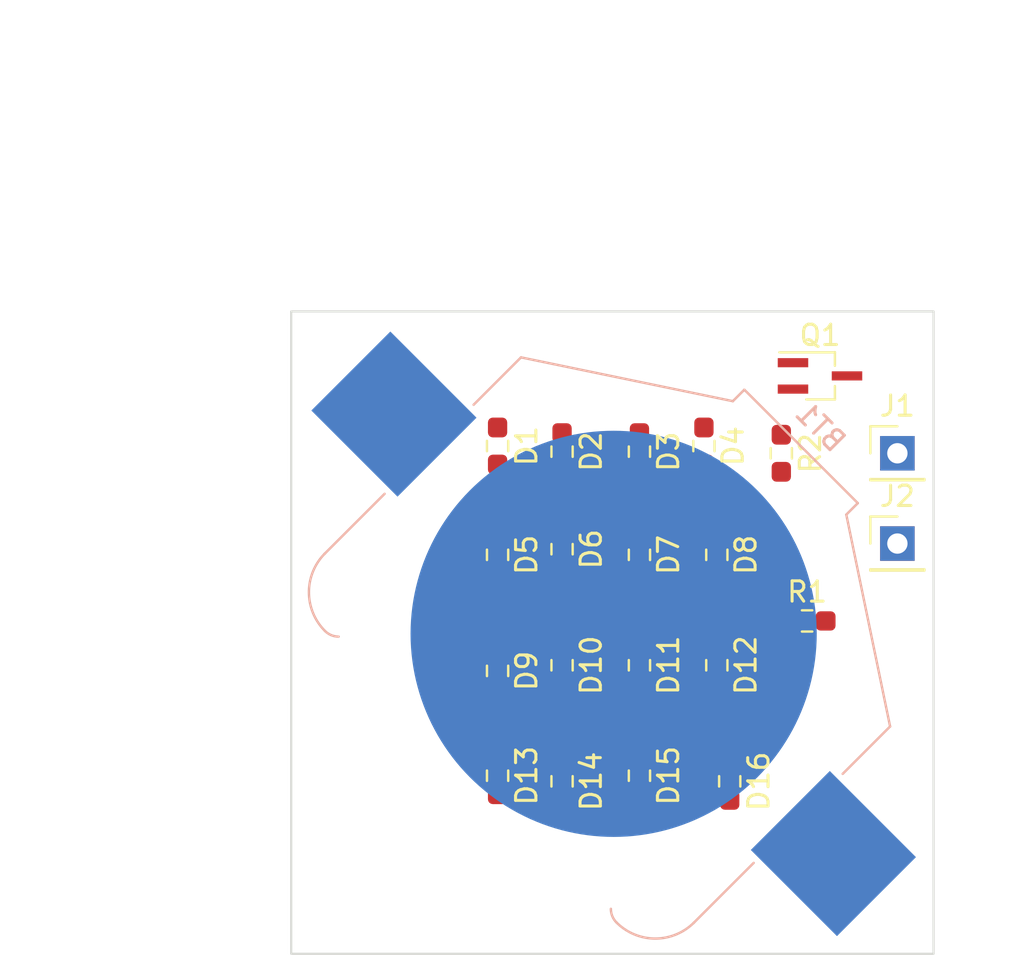
<source format=kicad_pcb>
(kicad_pcb (version 20221018) (generator pcbnew)
  (layers (0 "F.Cu" signal) (31 "B.Cu" signal) (34 "B.Paste" user) (35 "F.Paste" user) (36 "B.SilkS" user "B.Silkscreen") (37 "F.SilkS" user "F.Silkscreen") (38 "B.Mask" user) (39 "F.Mask" user) (44 "Edge.Cuts" user))
  (net 0 "")
  (net 1 "Net-(BT1-+)")
  (net 2 "Net-(BT1--)")
  (net 3 "GND")
  (net 4 "+1V5")
  (net 5 "Net-(J1-Pin_1)")
  (net 6 "Net-(Q1-G)")
  (footprint "Resistor_SMD:R_0603_1608Metric_Pad0.98x0.95mm_HandSolder" (layer "F.Cu") (at 46.355 31.035 -90)
    (fp_text reference "D7" (at 0 -1.43 90) (layer "F.SilkS"))
    (fp_text value "LED")
    (fp_line (start -0.254724 -0.5225) (end 0.254724 -0.5225) (stroke (width 0.12)) (layer "F.SilkS"))
    (fp_line (start -0.254724 0.5225) (end 0.254724 0.5225) (stroke (width 0.12)) (layer "F.SilkS"))
    (pad "1" smd roundrect (at -0.9125 0 270) (size 0.975 0.95) (layers "F.Cu" "F.Paste" "F.Mask") (net 3 "GND"))
    (pad "2" smd roundrect (at 0.9125 0 270) (size 0.975 0.95) (layers "F.Cu" "F.Paste" "F.Mask") (net 4 "+1V5"))
  )
  (footprint "Resistor_SMD:R_0603_1608Metric_Pad0.98x0.95mm_HandSolder" (layer "F.Cu") (at 46.355 41.91 -90)
    (fp_text reference "D15" (at 0 -1.43 90) (layer "F.SilkS"))
    (fp_text value "LED")
    (fp_line (start -0.254724 -0.5225) (end 0.254724 -0.5225) (stroke (width 0.12)) (layer "F.SilkS"))
    (fp_line (start -0.254724 0.5225) (end 0.254724 0.5225) (stroke (width 0.12)) (layer "F.SilkS"))
    (pad "1" smd roundrect (at -0.9125 0 270) (size 0.975 0.95) (layers "F.Cu" "F.Paste" "F.Mask") (net 3 "GND"))
    (pad "2" smd roundrect (at 0.9125 0 270) (size 0.975 0.95) (layers "F.Cu" "F.Paste" "F.Mask") (net 4 "+1V5"))
  )
  (footprint "Connector_PinHeader_2.54mm:PinHeader_1x01_P2.54mm_Vertical" (layer "F.Cu") (at 59.055 30.48)
    (fp_text reference "J2" (at 0 -2.33) (layer "F.SilkS"))
    (fp_text value "Conn_01x01_Pin")
    (fp_line (start -1.33 -1.33) (end 0 -1.33) (stroke (width 0.12)) (layer "F.SilkS"))
    (fp_line (start -1.33 0) (end -1.33 -1.33) (stroke (width 0.12)) (layer "F.SilkS"))
    (fp_line (start -1.33 1.27) (end -1.33 1.33) (stroke (width 0.12)) (layer "F.SilkS"))
    (fp_line (start -1.33 1.27) (end 1.33 1.27) (stroke (width 0.12)) (layer "F.SilkS"))
    (fp_line (start -1.33 1.33) (end 1.33 1.33) (stroke (width 0.12)) (layer "F.SilkS"))
    (fp_line (start 1.33 1.27) (end 1.33 1.33) (stroke (width 0.12)) (layer "F.SilkS"))
    (pad "1" thru_hole rect (at 0 0) (size 1.7 1.7) (drill 1) (layers "*.Cu" "*.Mask") (net 1 "Net-(BT1-+)"))
  )
  (footprint "Resistor_SMD:R_0603_1608Metric_Pad0.98x0.95mm_HandSolder" (layer "F.Cu") (at 39.37 25.6775 -90)
    (fp_text reference "D1" (at 0 -1.43 90) (layer "F.SilkS"))
    (fp_text value "LED")
    (fp_line (start -0.254724 -0.5225) (end 0.254724 -0.5225) (stroke (width 0.12)) (layer "F.SilkS"))
    (fp_line (start -0.254724 0.5225) (end 0.254724 0.5225) (stroke (width 0.12)) (layer "F.SilkS"))
    (pad "1" smd roundrect (at -0.9125 0 270) (size 0.975 0.95) (layers "F.Cu" "F.Paste" "F.Mask") (net 3 "GND"))
    (pad "2" smd roundrect (at 0.9125 0 270) (size 0.975 0.95) (layers "F.Cu" "F.Paste" "F.Mask") (net 4 "+1V5"))
  )
  (footprint "Resistor_SMD:R_0603_1608Metric_Pad0.98x0.95mm_HandSolder" (layer "F.Cu") (at 39.37 31.035 -90)
    (fp_text reference "D5" (at 0 -1.43 90) (layer "F.SilkS"))
    (fp_text value "LED")
    (fp_line (start -0.254724 -0.5225) (end 0.254724 -0.5225) (stroke (width 0.12)) (layer "F.SilkS"))
    (fp_line (start -0.254724 0.5225) (end 0.254724 0.5225) (stroke (width 0.12)) (layer "F.SilkS"))
    (pad "1" smd roundrect (at -0.9125 0 270) (size 0.975 0.95) (layers "F.Cu" "F.Paste" "F.Mask") (net 3 "GND"))
    (pad "2" smd roundrect (at 0.9125 0 270) (size 0.975 0.95) (layers "F.Cu" "F.Paste" "F.Mask") (net 4 "+1V5"))
  )
  (footprint "Resistor_SMD:R_0603_1608Metric_Pad0.98x0.95mm_HandSolder" (layer "F.Cu") (at 42.545 36.4725 -90)
    (fp_text reference "D10" (at 0 -1.43 90) (layer "F.SilkS"))
    (fp_text value "LED")
    (fp_line (start -0.254724 -0.5225) (end 0.254724 -0.5225) (stroke (width 0.12)) (layer "F.SilkS"))
    (fp_line (start -0.254724 0.5225) (end 0.254724 0.5225) (stroke (width 0.12)) (layer "F.SilkS"))
    (pad "1" smd roundrect (at -0.9125 0 270) (size 0.975 0.95) (layers "F.Cu" "F.Paste" "F.Mask") (net 3 "GND"))
    (pad "2" smd roundrect (at 0.9125 0 270) (size 0.975 0.95) (layers "F.Cu" "F.Paste" "F.Mask") (net 4 "+1V5"))
  )
  (footprint "Connector_PinHeader_2.54mm:PinHeader_1x01_P2.54mm_Vertical" (layer "F.Cu") (at 59.055 26.035)
    (fp_text reference "J1" (at 0 -2.33) (layer "F.SilkS"))
    (fp_text value "Conn_01x01_Pin")
    (fp_line (start -1.33 -1.33) (end 0 -1.33) (stroke (width 0.12)) (layer "F.SilkS"))
    (fp_line (start -1.33 0) (end -1.33 -1.33) (stroke (width 0.12)) (layer "F.SilkS"))
    (fp_line (start -1.33 1.27) (end -1.33 1.33) (stroke (width 0.12)) (layer "F.SilkS"))
    (fp_line (start -1.33 1.27) (end 1.33 1.27) (stroke (width 0.12)) (layer "F.SilkS"))
    (fp_line (start -1.33 1.33) (end 1.33 1.33) (stroke (width 0.12)) (layer "F.SilkS"))
    (fp_line (start 1.33 1.27) (end 1.33 1.33) (stroke (width 0.12)) (layer "F.SilkS"))
    (pad "1" thru_hole rect (at 0 0) (size 1.7 1.7) (drill 1) (layers "*.Cu" "*.Mask") (net 5 "Net-(J1-Pin_1)"))
  )
  (footprint "Resistor_SMD:R_0603_1608Metric_Pad0.98x0.95mm_HandSolder" (layer "F.Cu") (at 50.165 31.035 -90)
    (fp_text reference "D8" (at 0 -1.43 90) (layer "F.SilkS"))
    (fp_text value "LED")
    (fp_line (start -0.254724 -0.5225) (end 0.254724 -0.5225) (stroke (width 0.12)) (layer "F.SilkS"))
    (fp_line (start -0.254724 0.5225) (end 0.254724 0.5225) (stroke (width 0.12)) (layer "F.SilkS"))
    (pad "1" smd roundrect (at -0.9125 0 270) (size 0.975 0.95) (layers "F.Cu" "F.Paste" "F.Mask") (net 3 "GND"))
    (pad "2" smd roundrect (at 0.9125 0 270) (size 0.975 0.95) (layers "F.Cu" "F.Paste" "F.Mask") (net 4 "+1V5"))
  )
  (footprint "Resistor_SMD:R_0603_1608Metric_Pad0.98x0.95mm_HandSolder" (layer "F.Cu") (at 53.34 26.035 -90)
    (fp_text reference "R2" (at 0 -1.43 90) (layer "F.SilkS"))
    (fp_text value "10")
    (fp_line (start -0.254724 -0.5225) (end 0.254724 -0.5225) (stroke (width 0.12)) (layer "F.SilkS"))
    (fp_line (start -0.254724 0.5225) (end 0.254724 0.5225) (stroke (width 0.12)) (layer "F.SilkS"))
    (pad "1" smd roundrect (at -0.9125 0 270) (size 0.975 0.95) (layers "F.Cu" "F.Paste" "F.Mask") (net 5 "Net-(J1-Pin_1)"))
    (pad "2" smd roundrect (at 0.9125 0 270) (size 0.975 0.95) (layers "F.Cu" "F.Paste" "F.Mask") (net 6 "Net-(Q1-G)"))
  )
  (footprint "Resistor_SMD:R_0603_1608Metric_Pad0.98x0.95mm_HandSolder" (layer "F.Cu") (at 42.545 42.1875 -90)
    (fp_text reference "D14" (at 0 -1.43 90) (layer "F.SilkS"))
    (fp_text value "LED")
    (fp_line (start -0.254724 -0.5225) (end 0.254724 -0.5225) (stroke (width 0.12)) (layer "F.SilkS"))
    (fp_line (start -0.254724 0.5225) (end 0.254724 0.5225) (stroke (width 0.12)) (layer "F.SilkS"))
    (pad "1" smd roundrect (at -0.9125 0 270) (size 0.975 0.95) (layers "F.Cu" "F.Paste" "F.Mask") (net 3 "GND"))
    (pad "2" smd roundrect (at 0.9125 0 270) (size 0.975 0.95) (layers "F.Cu" "F.Paste" "F.Mask") (net 4 "+1V5"))
  )
  (footprint "Resistor_SMD:R_0603_1608Metric_Pad0.98x0.95mm_HandSolder" (layer "F.Cu") (at 39.37 36.75 -90)
    (fp_text reference "D9" (at 0 -1.43 90) (layer "F.SilkS"))
    (fp_text value "LED")
    (fp_line (start -0.254724 -0.5225) (end 0.254724 -0.5225) (stroke (width 0.12)) (layer "F.SilkS"))
    (fp_line (start -0.254724 0.5225) (end 0.254724 0.5225) (stroke (width 0.12)) (layer "F.SilkS"))
    (pad "1" smd roundrect (at -0.9125 0 270) (size 0.975 0.95) (layers "F.Cu" "F.Paste" "F.Mask") (net 3 "GND"))
    (pad "2" smd roundrect (at 0.9125 0 270) (size 0.975 0.95) (layers "F.Cu" "F.Paste" "F.Mask") (net 4 "+1V5"))
  )
  (footprint "Resistor_SMD:R_0603_1608Metric_Pad0.98x0.95mm_HandSolder" (layer "F.Cu") (at 50.8 42.1875 -90)
    (fp_text reference "D16" (at 0 -1.43 90) (layer "F.SilkS"))
    (fp_text value "LED")
    (fp_line (start -0.254724 -0.5225) (end 0.254724 -0.5225) (stroke (width 0.12)) (layer "F.SilkS"))
    (fp_line (start -0.254724 0.5225) (end 0.254724 0.5225) (stroke (width 0.12)) (layer "F.SilkS"))
    (pad "1" smd roundrect (at -0.9125 0 270) (size 0.975 0.95) (layers "F.Cu" "F.Paste" "F.Mask") (net 3 "GND"))
    (pad "2" smd roundrect (at 0.9125 0 270) (size 0.975 0.95) (layers "F.Cu" "F.Paste" "F.Mask") (net 4 "+1V5"))
  )
  (footprint "Resistor_SMD:R_0603_1608Metric_Pad0.98x0.95mm_HandSolder" (layer "F.Cu") (at 49.53 25.6775 -90)
    (fp_text reference "D4" (at 0 -1.43 90) (layer "F.SilkS"))
    (fp_text value "LED")
    (fp_line (start -0.254724 -0.5225) (end 0.254724 -0.5225) (stroke (width 0.12)) (layer "F.SilkS"))
    (fp_line (start -0.254724 0.5225) (end 0.254724 0.5225) (stroke (width 0.12)) (layer "F.SilkS"))
    (pad "1" smd roundrect (at -0.9125 0 270) (size 0.975 0.95) (layers "F.Cu" "F.Paste" "F.Mask") (net 3 "GND"))
    (pad "2" smd roundrect (at 0.9125 0 270) (size 0.975 0.95) (layers "F.Cu" "F.Paste" "F.Mask") (net 4 "+1V5"))
  )
  (footprint "Resistor_SMD:R_0603_1608Metric_Pad0.98x0.95mm_HandSolder" (layer "F.Cu") (at 39.37 41.91 -90)
    (fp_text reference "D13" (at 0 -1.43 90) (layer "F.SilkS"))
    (fp_text value "LED")
    (fp_line (start -0.254724 -0.5225) (end 0.254724 -0.5225) (stroke (width 0.12)) (layer "F.SilkS"))
    (fp_line (start -0.254724 0.5225) (end 0.254724 0.5225) (stroke (width 0.12)) (layer "F.SilkS"))
    (pad "1" smd roundrect (at -0.9125 0 270) (size 0.975 0.95) (layers "F.Cu" "F.Paste" "F.Mask") (net 3 "GND"))
    (pad "2" smd roundrect (at 0.9125 0 270) (size 0.975 0.95) (layers "F.Cu" "F.Paste" "F.Mask") (net 4 "+1V5"))
  )
  (footprint "Resistor_SMD:R_0603_1608Metric_Pad0.98x0.95mm_HandSolder" (layer "F.Cu") (at 46.355 25.955 -90)
    (fp_text reference "D3" (at 0 -1.43 90) (layer "F.SilkS"))
    (fp_text value "LED")
    (fp_line (start -0.254724 -0.5225) (end 0.254724 -0.5225) (stroke (width 0.12)) (layer "F.SilkS"))
    (fp_line (start -0.254724 0.5225) (end 0.254724 0.5225) (stroke (width 0.12)) (layer "F.SilkS"))
    (pad "1" smd roundrect (at -0.9125 0 270) (size 0.975 0.95) (layers "F.Cu" "F.Paste" "F.Mask") (net 3 "GND"))
    (pad "2" smd roundrect (at 0.9125 0 270) (size 0.975 0.95) (layers "F.Cu" "F.Paste" "F.Mask") (net 4 "+1V5"))
  )
  (footprint "Resistor_SMD:R_0603_1608Metric_Pad0.98x0.95mm_HandSolder" (layer "F.Cu") (at 54.61 34.29)
    (fp_text reference "R1" (at 0 -1.43) (layer "F.SilkS"))
    (fp_text value "50")
    (fp_line (start -0.254724 -0.5225) (end 0.254724 -0.5225) (stroke (width 0.12)) (layer "F.SilkS"))
    (fp_line (start -0.254724 0.5225) (end 0.254724 0.5225) (stroke (width 0.12)) (layer "F.SilkS"))
    (pad "1" smd roundrect (at -0.9125 0) (size 0.975 0.95) (layers "F.Cu" "F.Paste" "F.Mask") (net 4 "+1V5"))
    (pad "2" smd roundrect (at 0.9125 0) (size 0.975 0.95) (layers "F.Cu" "F.Paste" "F.Mask") (net 1 "Net-(BT1-+)"))
  )
  (footprint "Resistor_SMD:R_0603_1608Metric_Pad0.98x0.95mm_HandSolder" (layer "F.Cu") (at 46.355 36.4725 -90)
    (fp_text reference "D11" (at 0 -1.43 90) (layer "F.SilkS"))
    (fp_text value "LED")
    (fp_line (start -0.254724 -0.5225) (end 0.254724 -0.5225) (stroke (width 0.12)) (layer "F.SilkS"))
    (fp_line (start -0.254724 0.5225) (end 0.254724 0.5225) (stroke (width 0.12)) (layer "F.SilkS"))
    (pad "1" smd roundrect (at -0.9125 0 270) (size 0.975 0.95) (layers "F.Cu" "F.Paste" "F.Mask") (net 3 "GND"))
    (pad "2" smd roundrect (at 0.9125 0 270) (size 0.975 0.95) (layers "F.Cu" "F.Paste" "F.Mask") (net 4 "+1V5"))
  )
  (footprint "Resistor_SMD:R_0603_1608Metric_Pad0.98x0.95mm_HandSolder" (layer "F.Cu") (at 42.545 30.7575 -90)
    (fp_text reference "D6" (at 0 -1.43 90) (layer "F.SilkS"))
    (fp_text value "LED")
    (fp_line (start -0.254724 -0.5225) (end 0.254724 -0.5225) (stroke (width 0.12)) (layer "F.SilkS"))
    (fp_line (start -0.254724 0.5225) (end 0.254724 0.5225) (stroke (width 0.12)) (layer "F.SilkS"))
    (pad "1" smd roundrect (at -0.9125 0 270) (size 0.975 0.95) (layers "F.Cu" "F.Paste" "F.Mask") (net 3 "GND"))
    (pad "2" smd roundrect (at 0.9125 0 270) (size 0.975 0.95) (layers "F.Cu" "F.Paste" "F.Mask") (net 4 "+1V5"))
  )
  (footprint "Resistor_SMD:R_0603_1608Metric_Pad0.98x0.95mm_HandSolder" (layer "F.Cu") (at 50.165 36.4725 -90)
    (fp_text reference "D12" (at 0 -1.43 90) (layer "F.SilkS"))
    (fp_text value "LED")
    (fp_line (start -0.254724 -0.5225) (end 0.254724 -0.5225) (stroke (width 0.12)) (layer "F.SilkS"))
    (fp_line (start -0.254724 0.5225) (end 0.254724 0.5225) (stroke (width 0.12)) (layer "F.SilkS"))
    (pad "1" smd roundrect (at -0.9125 0 270) (size 0.975 0.95) (layers "F.Cu" "F.Paste" "F.Mask") (net 3 "GND"))
    (pad "2" smd roundrect (at 0.9125 0 270) (size 0.975 0.95) (layers "F.Cu" "F.Paste" "F.Mask") (net 4 "+1V5"))
  )
  (footprint "Package_TO_SOT_SMD:SOT-323_SC-70_Handsoldering" (layer "F.Cu") (at 55.245 22.225)
    (fp_text reference "Q1" (at 0 -2) (layer "F.SilkS"))
    (fp_text value "NMOS")
    (fp_line (start -0.675 1.16) (end 0.735 1.16) (stroke (width 0.12)) (layer "F.SilkS"))
    (fp_line (start 0.735 -1.17) (end 0.735 -0.5) (stroke (width 0.12)) (layer "F.SilkS"))
    (fp_line (start 0.735 -1.16) (end -2 -1.16) (stroke (width 0.12)) (layer "F.SilkS"))
    (fp_line (start 0.735 0.5) (end 0.735 1.16) (stroke (width 0.12)) (layer "F.SilkS"))
    (pad "1" smd rect (at -1.33 -0.65 270) (size 0.45 1.5) (layers "F.Cu" "F.Paste" "F.Mask") (net 2 "Net-(BT1--)"))
    (pad "2" smd rect (at -1.33 0.65 270) (size 0.45 1.5) (layers "F.Cu" "F.Paste" "F.Mask") (net 6 "Net-(Q1-G)"))
    (pad "3" smd rect (at 1.33 0 270) (size 0.45 1.5) (layers "F.Cu" "F.Paste" "F.Mask") (net 3 "GND"))
  )
  (footprint "Resistor_SMD:R_0603_1608Metric_Pad0.98x0.95mm_HandSolder" (layer "F.Cu") (at 42.545 25.955 -90)
    (fp_text reference "D2" (at 0 -1.43 90) (layer "F.SilkS"))
    (fp_text value "LED")
    (fp_line (start -0.254724 -0.5225) (end 0.254724 -0.5225) (stroke (width 0.12)) (layer "F.SilkS"))
    (fp_line (start -0.254724 0.5225) (end 0.254724 0.5225) (stroke (width 0.12)) (layer "F.SilkS"))
    (pad "1" smd roundrect (at -0.9125 0 270) (size 0.975 0.95) (layers "F.Cu" "F.Paste" "F.Mask") (net 3 "GND"))
    (pad "2" smd roundrect (at 0.9125 0 270) (size 0.975 0.95) (layers "F.Cu" "F.Paste" "F.Mask") (net 4 "+1V5"))
  )
  (footprint "Battery:BatteryHolder_Keystone_3008_1x2450" (layer "B.Cu") (at 45.085 34.925 135)
    (fp_text reference "BT1" (at 0 14.4 135) (layer "B.SilkS") (effects (justify mirror)))
    (fp_text value "Battery_Cell")
    (fp_line (start -12.85 -3.1) (end -12.85 -7.3) (stroke (width 0.12)) (layer "B.SilkS"))
    (fp_line (start -12.85 6.4) (end -12.85 3.1) (stroke (width 0.12)) (layer "B.SilkS"))
    (fp_line (start -3.95 12.25) (end -12.85 6.4) (stroke (width 0.12)) (layer "B.SilkS"))
    (fp_line (start -3.95 13.05) (end -3.95 12.25) (stroke (width 0.12)) (layer "B.SilkS"))
    (fp_line (start -3.95 13.05) (end 3.95 13.05) (stroke (width 0.12)) (layer "B.SilkS"))
    (fp_line (start 3.95 12.25) (end 12.85 6.4) (stroke (width 0.12)) (layer "B.SilkS"))
    (fp_line (start 3.95 13.05) (end 3.95 12.25) (stroke (width 0.12)) (layer "B.SilkS"))
    (fp_line (start 12.85 -3.1) (end 12.85 -7.3) (stroke (width 0.12)) (layer "B.SilkS"))
    (fp_line (start 12.85 6.4) (end 12.85 3.1) (stroke (width 0.12)) (layer "B.SilkS"))
    (fp_arc (start -12.85 -7.25) (mid -12.059188 -9.159188) (end -10.15 -9.95) (stroke (width 0.12)) (layer "B.SilkS"))
    (fp_arc (start -10.15 -9.95) (mid -9.786451 -9.877685) (end -9.478249 -9.671751) (stroke (width 0.12)) (layer "B.SilkS"))
    (fp_arc (start 9.478249 -9.671751) (mid 9.786451 -9.877685) (end 10.15 -9.95) (stroke (width 0.12)) (layer "B.SilkS"))
    (fp_arc (start 10.15 -9.95) (mid 12.059189 -9.159188) (end 12.85 -7.25) (stroke (width 0.12)) (layer "B.SilkS"))
    (pad "1" smd rect (at -15.3 0 135) (size 6 5.5) (layers "B.Cu" "B.Paste" "B.Mask") (net 1 "Net-(BT1-+)"))
    (pad "1" smd rect (at 15.3 0 135) (size 6 5.5) (layers "B.Cu" "B.Paste" "B.Mask") (net 1 "Net-(BT1-+)"))
    (pad "2" smd circle (at 0 0 135) (size 20 20) (layers "B.Cu" "B.Mask") (net 2 "Net-(BT1--)"))
  )
  (gr_rect (start 29.21 19.05) (end 60.836584 50.676584) (stroke (width 0.1)) (fill none) (layer "Edge.Cuts"))
)
</source>
